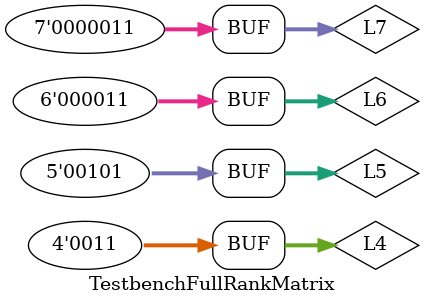
<source format=v>
`timescale 1ns / 1ps


module TestbenchFullRankMatrix;

parameter BITS=4, BLOCKS=2;
reg [1:BITS]M[1:BITS];
reg [1:BITS+0]L4;
reg [1:BITS+1]L5;
reg [1:BITS+2]L6;
reg [1:BITS+3]L7;
reg [1:BITS]R[1:BITS];
wire [1:BITS*BLOCKS]Y[1:BITS];

FullRankMatrix #(.BITS(BITS), .BLOCKS(BLOCKS)) uut (
    .M_1(M[1]),
    .M_2(M[2]),
    .M_3(M[3]),
    .M_4(M[4]),
    
    .L4(L4),
    .L5(L5),
    .L6(L6),
    .L7(L7),
    
    .R1(R[1]),
    .R2(R[2]),
    .R3(R[3]),
    .R4(R[4]),
    
    .Y_1(Y[1]),
    .Y_2(Y[2]),
    .Y_3(Y[3]),
    .Y_4(Y[4])
);

initial begin
    M[1] = 4'b1101;         L4 = 4'b0011;           R[1] = 4'b0110;
    M[2] = 4'b0100;         L5 = 5'b00101;          R[2] = 4'b1010;
    M[3] = 4'b1011;         L6 = 6'b000011;         R[3] = 4'b1011;
    M[4] = 4'b0001;         L7 = 7'b0000011;        R[4] = 4'b1110;
end

endmodule

</source>
